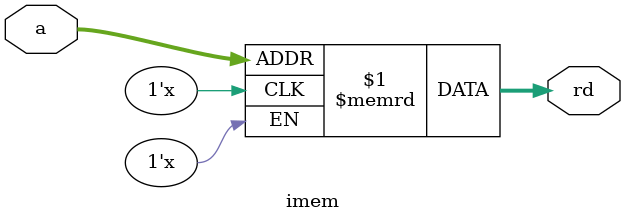
<source format=sv>
`ifndef IMEM
`define IMEM

`timescale 1ns/100ps

module imem(input  [5:0] a, // 6-bit address (program counter)
            output [31:0] rd); // 32-bit instruction

  reg  [31:0] RAM[63:0]; // 64 words of memory (each 32 bits wide)

  initial 
    begin
        // $readmemh("memfile.dat", RAM, 0, 63); // Explicitly defining the range
    end


  assign rd = RAM[a]; // word aligned
endmodule

`endif // IMEM

</source>
